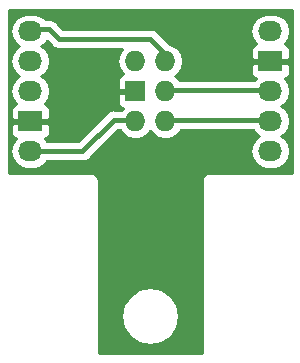
<source format=gbr>
G04 #@! TF.GenerationSoftware,KiCad,Pcbnew,no-vcs-found-3ad3869~61~ubuntu16.04.1*
G04 #@! TF.CreationDate,2018-02-09T16:07:16+01:00*
G04 #@! TF.ProjectId,Lidar,4C696461722E6B696361645F70636200,rev?*
G04 #@! TF.SameCoordinates,Original*
G04 #@! TF.FileFunction,Copper,L2,Bot,Signal*
G04 #@! TF.FilePolarity,Positive*
%FSLAX46Y46*%
G04 Gerber Fmt 4.6, Leading zero omitted, Abs format (unit mm)*
G04 Created by KiCad (PCBNEW no-vcs-found-3ad3869~61~ubuntu16.04.1) date Fri Feb  9 16:07:16 2018*
%MOMM*%
%LPD*%
G01*
G04 APERTURE LIST*
%ADD10O,2.032000X1.727200*%
%ADD11R,2.032000X1.727200*%
%ADD12O,1.727200X1.727200*%
%ADD13R,1.727200X1.727200*%
%ADD14C,0.450000*%
%ADD15C,0.254000*%
G04 APERTURE END LIST*
D10*
X103810000Y-84760000D03*
D11*
X103810000Y-87300000D03*
D10*
X103810000Y-89840000D03*
X103810000Y-92380000D03*
X103810000Y-94920000D03*
D12*
X94920000Y-92380000D03*
X92380000Y-92380000D03*
X94920000Y-89840000D03*
D13*
X92380000Y-89840000D03*
D12*
X94920000Y-87300000D03*
X92380000Y-87300000D03*
D10*
X83490000Y-94920000D03*
D11*
X83490000Y-92380000D03*
D10*
X83490000Y-89840000D03*
X83490000Y-87300000D03*
X83490000Y-84760000D03*
D14*
X83490000Y-94920000D02*
X87909600Y-94920000D01*
X87909600Y-94920000D02*
X90576600Y-92253000D01*
X90576600Y-92253000D02*
X92253000Y-92253000D01*
X92253000Y-92253000D02*
X92380000Y-92380000D01*
X92862600Y-92253000D02*
X90576600Y-92253000D01*
X101270000Y-89713000D02*
X103683000Y-89713000D01*
X103683000Y-89713000D02*
X103810000Y-89840000D01*
X95402600Y-89713000D02*
X101270000Y-89713000D01*
X101270000Y-89713000D02*
X102832100Y-89713000D01*
X101270000Y-92253000D02*
X103683000Y-92253000D01*
X103683000Y-92253000D02*
X103810000Y-92380000D01*
X95402600Y-92253000D02*
X101270000Y-92253000D01*
X101270000Y-92253000D02*
X102832100Y-92253000D01*
X85102900Y-84582200D02*
X83667800Y-84582200D01*
X93624600Y-85395000D02*
X85915700Y-85395000D01*
X85915700Y-85395000D02*
X85102900Y-84582200D01*
X95402600Y-87173000D02*
X93624600Y-85395000D01*
X83667800Y-84582200D02*
X83490000Y-84760000D01*
D15*
G36*
X105640000Y-96750000D02*
X98799925Y-96750000D01*
X98730000Y-96736091D01*
X98660074Y-96750000D01*
X98452972Y-96791195D01*
X98218119Y-96948119D01*
X98061195Y-97182972D01*
X98006091Y-97460000D01*
X98020000Y-97529925D01*
X98020001Y-111990000D01*
X89280000Y-111990000D01*
X89280000Y-108878400D01*
X91191100Y-108878400D01*
X91378356Y-109819801D01*
X91911617Y-110617883D01*
X92709699Y-111151144D01*
X93651100Y-111338400D01*
X94592501Y-111151144D01*
X95390583Y-110617883D01*
X95923844Y-109819801D01*
X96111100Y-108878400D01*
X95923844Y-107936999D01*
X95390583Y-107138917D01*
X94592501Y-106605656D01*
X93651100Y-106418400D01*
X92709699Y-106605656D01*
X91911617Y-107138917D01*
X91378356Y-107936999D01*
X91191100Y-108878400D01*
X89280000Y-108878400D01*
X89280000Y-97529925D01*
X89293909Y-97460000D01*
X89238805Y-97182972D01*
X89081881Y-96948119D01*
X88847028Y-96791195D01*
X88639926Y-96750000D01*
X88639925Y-96750000D01*
X88570000Y-96736091D01*
X88500074Y-96750000D01*
X81660000Y-96750000D01*
X81660000Y-84760000D01*
X81809641Y-84760000D01*
X81925950Y-85344725D01*
X82257170Y-85840430D01*
X82540881Y-86030000D01*
X82257170Y-86219570D01*
X81925950Y-86715275D01*
X81809641Y-87300000D01*
X81925950Y-87884725D01*
X82257170Y-88380430D01*
X82540881Y-88570000D01*
X82257170Y-88759570D01*
X81925950Y-89255275D01*
X81809641Y-89840000D01*
X81925950Y-90424725D01*
X82256367Y-90919228D01*
X82114302Y-90978073D01*
X81935673Y-91156701D01*
X81839000Y-91390090D01*
X81839000Y-92094250D01*
X81997750Y-92253000D01*
X83363000Y-92253000D01*
X83363000Y-92233000D01*
X83617000Y-92233000D01*
X83617000Y-92253000D01*
X84982250Y-92253000D01*
X85141000Y-92094250D01*
X85141000Y-91390090D01*
X85044327Y-91156701D01*
X84865698Y-90978073D01*
X84723633Y-90919228D01*
X85054050Y-90424725D01*
X85170359Y-89840000D01*
X85054050Y-89255275D01*
X84722830Y-88759570D01*
X84439119Y-88570000D01*
X84722830Y-88380430D01*
X85054050Y-87884725D01*
X85170359Y-87300000D01*
X85054050Y-86715275D01*
X84722830Y-86219570D01*
X84439119Y-86030000D01*
X84722830Y-85840430D01*
X84891890Y-85587414D01*
X85247697Y-85943221D01*
X85295675Y-86015025D01*
X85367479Y-86063003D01*
X85367480Y-86063004D01*
X85480540Y-86138548D01*
X85580145Y-86205102D01*
X85830999Y-86255000D01*
X85831004Y-86255000D01*
X85915700Y-86271847D01*
X86000396Y-86255000D01*
X91275896Y-86255000D01*
X90968350Y-86715275D01*
X90852041Y-87300000D01*
X90968350Y-87884725D01*
X91298767Y-88379228D01*
X91156702Y-88438073D01*
X90978073Y-88616701D01*
X90881400Y-88850090D01*
X90881400Y-89554250D01*
X91040150Y-89713000D01*
X92253000Y-89713000D01*
X92253000Y-89693000D01*
X92507000Y-89693000D01*
X92507000Y-89713000D01*
X92527000Y-89713000D01*
X92527000Y-89967000D01*
X92507000Y-89967000D01*
X92507000Y-89987000D01*
X92253000Y-89987000D01*
X92253000Y-89967000D01*
X91040150Y-89967000D01*
X90881400Y-90125750D01*
X90881400Y-90829910D01*
X90978073Y-91063299D01*
X91156702Y-91241927D01*
X91298767Y-91300772D01*
X91237142Y-91393000D01*
X90661301Y-91393000D01*
X90576600Y-91376152D01*
X90241044Y-91442898D01*
X90092982Y-91541831D01*
X89956575Y-91632975D01*
X89908595Y-91704782D01*
X87553377Y-94060000D01*
X84870117Y-94060000D01*
X84723633Y-93840772D01*
X84865698Y-93781927D01*
X85044327Y-93603299D01*
X85141000Y-93369910D01*
X85141000Y-92665750D01*
X84982250Y-92507000D01*
X83617000Y-92507000D01*
X83617000Y-92527000D01*
X83363000Y-92527000D01*
X83363000Y-92507000D01*
X81997750Y-92507000D01*
X81839000Y-92665750D01*
X81839000Y-93369910D01*
X81935673Y-93603299D01*
X82114302Y-93781927D01*
X82256367Y-93840772D01*
X81925950Y-94335275D01*
X81809641Y-94920000D01*
X81925950Y-95504725D01*
X82257170Y-96000430D01*
X82752875Y-96331650D01*
X83190002Y-96418600D01*
X83789998Y-96418600D01*
X84227125Y-96331650D01*
X84722830Y-96000430D01*
X84870117Y-95780000D01*
X87824904Y-95780000D01*
X87909600Y-95796847D01*
X87994296Y-95780000D01*
X87994301Y-95780000D01*
X88245155Y-95730102D01*
X88529625Y-95540025D01*
X88577605Y-95468218D01*
X90932823Y-93113000D01*
X91067424Y-93113000D01*
X91299570Y-93460430D01*
X91795275Y-93791650D01*
X92232402Y-93878600D01*
X92527598Y-93878600D01*
X92964725Y-93791650D01*
X93460430Y-93460430D01*
X93650000Y-93176719D01*
X93839570Y-93460430D01*
X94335275Y-93791650D01*
X94772402Y-93878600D01*
X95067598Y-93878600D01*
X95504725Y-93791650D01*
X96000430Y-93460430D01*
X96232576Y-93113000D01*
X102345024Y-93113000D01*
X102577170Y-93460430D01*
X102860881Y-93650000D01*
X102577170Y-93839570D01*
X102245950Y-94335275D01*
X102129641Y-94920000D01*
X102245950Y-95504725D01*
X102577170Y-96000430D01*
X103072875Y-96331650D01*
X103510002Y-96418600D01*
X104109998Y-96418600D01*
X104547125Y-96331650D01*
X105042830Y-96000430D01*
X105374050Y-95504725D01*
X105490359Y-94920000D01*
X105374050Y-94335275D01*
X105042830Y-93839570D01*
X104759119Y-93650000D01*
X105042830Y-93460430D01*
X105374050Y-92964725D01*
X105490359Y-92380000D01*
X105374050Y-91795275D01*
X105042830Y-91299570D01*
X104759119Y-91110000D01*
X105042830Y-90920430D01*
X105374050Y-90424725D01*
X105490359Y-89840000D01*
X105374050Y-89255275D01*
X105043633Y-88760772D01*
X105185698Y-88701927D01*
X105364327Y-88523299D01*
X105461000Y-88289910D01*
X105461000Y-87585750D01*
X105302250Y-87427000D01*
X103937000Y-87427000D01*
X103937000Y-87447000D01*
X103683000Y-87447000D01*
X103683000Y-87427000D01*
X102317750Y-87427000D01*
X102159000Y-87585750D01*
X102159000Y-88289910D01*
X102255673Y-88523299D01*
X102434302Y-88701927D01*
X102576367Y-88760772D01*
X102514742Y-88853000D01*
X96062858Y-88853000D01*
X96000430Y-88759570D01*
X95716719Y-88570000D01*
X96000430Y-88380430D01*
X96331650Y-87884725D01*
X96447959Y-87300000D01*
X96331650Y-86715275D01*
X96000430Y-86219570D01*
X95504725Y-85888350D01*
X95291824Y-85846001D01*
X94292605Y-84846782D01*
X94244625Y-84774975D01*
X94222214Y-84760000D01*
X102129641Y-84760000D01*
X102245950Y-85344725D01*
X102576367Y-85839228D01*
X102434302Y-85898073D01*
X102255673Y-86076701D01*
X102159000Y-86310090D01*
X102159000Y-87014250D01*
X102317750Y-87173000D01*
X103683000Y-87173000D01*
X103683000Y-87153000D01*
X103937000Y-87153000D01*
X103937000Y-87173000D01*
X105302250Y-87173000D01*
X105461000Y-87014250D01*
X105461000Y-86310090D01*
X105364327Y-86076701D01*
X105185698Y-85898073D01*
X105043633Y-85839228D01*
X105374050Y-85344725D01*
X105490359Y-84760000D01*
X105374050Y-84175275D01*
X105042830Y-83679570D01*
X104547125Y-83348350D01*
X104109998Y-83261400D01*
X103510002Y-83261400D01*
X103072875Y-83348350D01*
X102577170Y-83679570D01*
X102245950Y-84175275D01*
X102129641Y-84760000D01*
X94222214Y-84760000D01*
X93960155Y-84584898D01*
X93709301Y-84535000D01*
X93709296Y-84535000D01*
X93624600Y-84518153D01*
X93539904Y-84535000D01*
X86271924Y-84535000D01*
X85770905Y-84033981D01*
X85722925Y-83962175D01*
X85438455Y-83772098D01*
X85187601Y-83722200D01*
X85187596Y-83722200D01*
X85102900Y-83705353D01*
X85018204Y-83722200D01*
X84751314Y-83722200D01*
X84722830Y-83679570D01*
X84227125Y-83348350D01*
X83789998Y-83261400D01*
X83190002Y-83261400D01*
X82752875Y-83348350D01*
X82257170Y-83679570D01*
X81925950Y-84175275D01*
X81809641Y-84760000D01*
X81660000Y-84760000D01*
X81660000Y-82930000D01*
X105640001Y-82930000D01*
X105640000Y-96750000D01*
X105640000Y-96750000D01*
G37*
X105640000Y-96750000D02*
X98799925Y-96750000D01*
X98730000Y-96736091D01*
X98660074Y-96750000D01*
X98452972Y-96791195D01*
X98218119Y-96948119D01*
X98061195Y-97182972D01*
X98006091Y-97460000D01*
X98020000Y-97529925D01*
X98020001Y-111990000D01*
X89280000Y-111990000D01*
X89280000Y-108878400D01*
X91191100Y-108878400D01*
X91378356Y-109819801D01*
X91911617Y-110617883D01*
X92709699Y-111151144D01*
X93651100Y-111338400D01*
X94592501Y-111151144D01*
X95390583Y-110617883D01*
X95923844Y-109819801D01*
X96111100Y-108878400D01*
X95923844Y-107936999D01*
X95390583Y-107138917D01*
X94592501Y-106605656D01*
X93651100Y-106418400D01*
X92709699Y-106605656D01*
X91911617Y-107138917D01*
X91378356Y-107936999D01*
X91191100Y-108878400D01*
X89280000Y-108878400D01*
X89280000Y-97529925D01*
X89293909Y-97460000D01*
X89238805Y-97182972D01*
X89081881Y-96948119D01*
X88847028Y-96791195D01*
X88639926Y-96750000D01*
X88639925Y-96750000D01*
X88570000Y-96736091D01*
X88500074Y-96750000D01*
X81660000Y-96750000D01*
X81660000Y-84760000D01*
X81809641Y-84760000D01*
X81925950Y-85344725D01*
X82257170Y-85840430D01*
X82540881Y-86030000D01*
X82257170Y-86219570D01*
X81925950Y-86715275D01*
X81809641Y-87300000D01*
X81925950Y-87884725D01*
X82257170Y-88380430D01*
X82540881Y-88570000D01*
X82257170Y-88759570D01*
X81925950Y-89255275D01*
X81809641Y-89840000D01*
X81925950Y-90424725D01*
X82256367Y-90919228D01*
X82114302Y-90978073D01*
X81935673Y-91156701D01*
X81839000Y-91390090D01*
X81839000Y-92094250D01*
X81997750Y-92253000D01*
X83363000Y-92253000D01*
X83363000Y-92233000D01*
X83617000Y-92233000D01*
X83617000Y-92253000D01*
X84982250Y-92253000D01*
X85141000Y-92094250D01*
X85141000Y-91390090D01*
X85044327Y-91156701D01*
X84865698Y-90978073D01*
X84723633Y-90919228D01*
X85054050Y-90424725D01*
X85170359Y-89840000D01*
X85054050Y-89255275D01*
X84722830Y-88759570D01*
X84439119Y-88570000D01*
X84722830Y-88380430D01*
X85054050Y-87884725D01*
X85170359Y-87300000D01*
X85054050Y-86715275D01*
X84722830Y-86219570D01*
X84439119Y-86030000D01*
X84722830Y-85840430D01*
X84891890Y-85587414D01*
X85247697Y-85943221D01*
X85295675Y-86015025D01*
X85367479Y-86063003D01*
X85367480Y-86063004D01*
X85480540Y-86138548D01*
X85580145Y-86205102D01*
X85830999Y-86255000D01*
X85831004Y-86255000D01*
X85915700Y-86271847D01*
X86000396Y-86255000D01*
X91275896Y-86255000D01*
X90968350Y-86715275D01*
X90852041Y-87300000D01*
X90968350Y-87884725D01*
X91298767Y-88379228D01*
X91156702Y-88438073D01*
X90978073Y-88616701D01*
X90881400Y-88850090D01*
X90881400Y-89554250D01*
X91040150Y-89713000D01*
X92253000Y-89713000D01*
X92253000Y-89693000D01*
X92507000Y-89693000D01*
X92507000Y-89713000D01*
X92527000Y-89713000D01*
X92527000Y-89967000D01*
X92507000Y-89967000D01*
X92507000Y-89987000D01*
X92253000Y-89987000D01*
X92253000Y-89967000D01*
X91040150Y-89967000D01*
X90881400Y-90125750D01*
X90881400Y-90829910D01*
X90978073Y-91063299D01*
X91156702Y-91241927D01*
X91298767Y-91300772D01*
X91237142Y-91393000D01*
X90661301Y-91393000D01*
X90576600Y-91376152D01*
X90241044Y-91442898D01*
X90092982Y-91541831D01*
X89956575Y-91632975D01*
X89908595Y-91704782D01*
X87553377Y-94060000D01*
X84870117Y-94060000D01*
X84723633Y-93840772D01*
X84865698Y-93781927D01*
X85044327Y-93603299D01*
X85141000Y-93369910D01*
X85141000Y-92665750D01*
X84982250Y-92507000D01*
X83617000Y-92507000D01*
X83617000Y-92527000D01*
X83363000Y-92527000D01*
X83363000Y-92507000D01*
X81997750Y-92507000D01*
X81839000Y-92665750D01*
X81839000Y-93369910D01*
X81935673Y-93603299D01*
X82114302Y-93781927D01*
X82256367Y-93840772D01*
X81925950Y-94335275D01*
X81809641Y-94920000D01*
X81925950Y-95504725D01*
X82257170Y-96000430D01*
X82752875Y-96331650D01*
X83190002Y-96418600D01*
X83789998Y-96418600D01*
X84227125Y-96331650D01*
X84722830Y-96000430D01*
X84870117Y-95780000D01*
X87824904Y-95780000D01*
X87909600Y-95796847D01*
X87994296Y-95780000D01*
X87994301Y-95780000D01*
X88245155Y-95730102D01*
X88529625Y-95540025D01*
X88577605Y-95468218D01*
X90932823Y-93113000D01*
X91067424Y-93113000D01*
X91299570Y-93460430D01*
X91795275Y-93791650D01*
X92232402Y-93878600D01*
X92527598Y-93878600D01*
X92964725Y-93791650D01*
X93460430Y-93460430D01*
X93650000Y-93176719D01*
X93839570Y-93460430D01*
X94335275Y-93791650D01*
X94772402Y-93878600D01*
X95067598Y-93878600D01*
X95504725Y-93791650D01*
X96000430Y-93460430D01*
X96232576Y-93113000D01*
X102345024Y-93113000D01*
X102577170Y-93460430D01*
X102860881Y-93650000D01*
X102577170Y-93839570D01*
X102245950Y-94335275D01*
X102129641Y-94920000D01*
X102245950Y-95504725D01*
X102577170Y-96000430D01*
X103072875Y-96331650D01*
X103510002Y-96418600D01*
X104109998Y-96418600D01*
X104547125Y-96331650D01*
X105042830Y-96000430D01*
X105374050Y-95504725D01*
X105490359Y-94920000D01*
X105374050Y-94335275D01*
X105042830Y-93839570D01*
X104759119Y-93650000D01*
X105042830Y-93460430D01*
X105374050Y-92964725D01*
X105490359Y-92380000D01*
X105374050Y-91795275D01*
X105042830Y-91299570D01*
X104759119Y-91110000D01*
X105042830Y-90920430D01*
X105374050Y-90424725D01*
X105490359Y-89840000D01*
X105374050Y-89255275D01*
X105043633Y-88760772D01*
X105185698Y-88701927D01*
X105364327Y-88523299D01*
X105461000Y-88289910D01*
X105461000Y-87585750D01*
X105302250Y-87427000D01*
X103937000Y-87427000D01*
X103937000Y-87447000D01*
X103683000Y-87447000D01*
X103683000Y-87427000D01*
X102317750Y-87427000D01*
X102159000Y-87585750D01*
X102159000Y-88289910D01*
X102255673Y-88523299D01*
X102434302Y-88701927D01*
X102576367Y-88760772D01*
X102514742Y-88853000D01*
X96062858Y-88853000D01*
X96000430Y-88759570D01*
X95716719Y-88570000D01*
X96000430Y-88380430D01*
X96331650Y-87884725D01*
X96447959Y-87300000D01*
X96331650Y-86715275D01*
X96000430Y-86219570D01*
X95504725Y-85888350D01*
X95291824Y-85846001D01*
X94292605Y-84846782D01*
X94244625Y-84774975D01*
X94222214Y-84760000D01*
X102129641Y-84760000D01*
X102245950Y-85344725D01*
X102576367Y-85839228D01*
X102434302Y-85898073D01*
X102255673Y-86076701D01*
X102159000Y-86310090D01*
X102159000Y-87014250D01*
X102317750Y-87173000D01*
X103683000Y-87173000D01*
X103683000Y-87153000D01*
X103937000Y-87153000D01*
X103937000Y-87173000D01*
X105302250Y-87173000D01*
X105461000Y-87014250D01*
X105461000Y-86310090D01*
X105364327Y-86076701D01*
X105185698Y-85898073D01*
X105043633Y-85839228D01*
X105374050Y-85344725D01*
X105490359Y-84760000D01*
X105374050Y-84175275D01*
X105042830Y-83679570D01*
X104547125Y-83348350D01*
X104109998Y-83261400D01*
X103510002Y-83261400D01*
X103072875Y-83348350D01*
X102577170Y-83679570D01*
X102245950Y-84175275D01*
X102129641Y-84760000D01*
X94222214Y-84760000D01*
X93960155Y-84584898D01*
X93709301Y-84535000D01*
X93709296Y-84535000D01*
X93624600Y-84518153D01*
X93539904Y-84535000D01*
X86271924Y-84535000D01*
X85770905Y-84033981D01*
X85722925Y-83962175D01*
X85438455Y-83772098D01*
X85187601Y-83722200D01*
X85187596Y-83722200D01*
X85102900Y-83705353D01*
X85018204Y-83722200D01*
X84751314Y-83722200D01*
X84722830Y-83679570D01*
X84227125Y-83348350D01*
X83789998Y-83261400D01*
X83190002Y-83261400D01*
X82752875Y-83348350D01*
X82257170Y-83679570D01*
X81925950Y-84175275D01*
X81809641Y-84760000D01*
X81660000Y-84760000D01*
X81660000Y-82930000D01*
X105640001Y-82930000D01*
X105640000Y-96750000D01*
M02*

</source>
